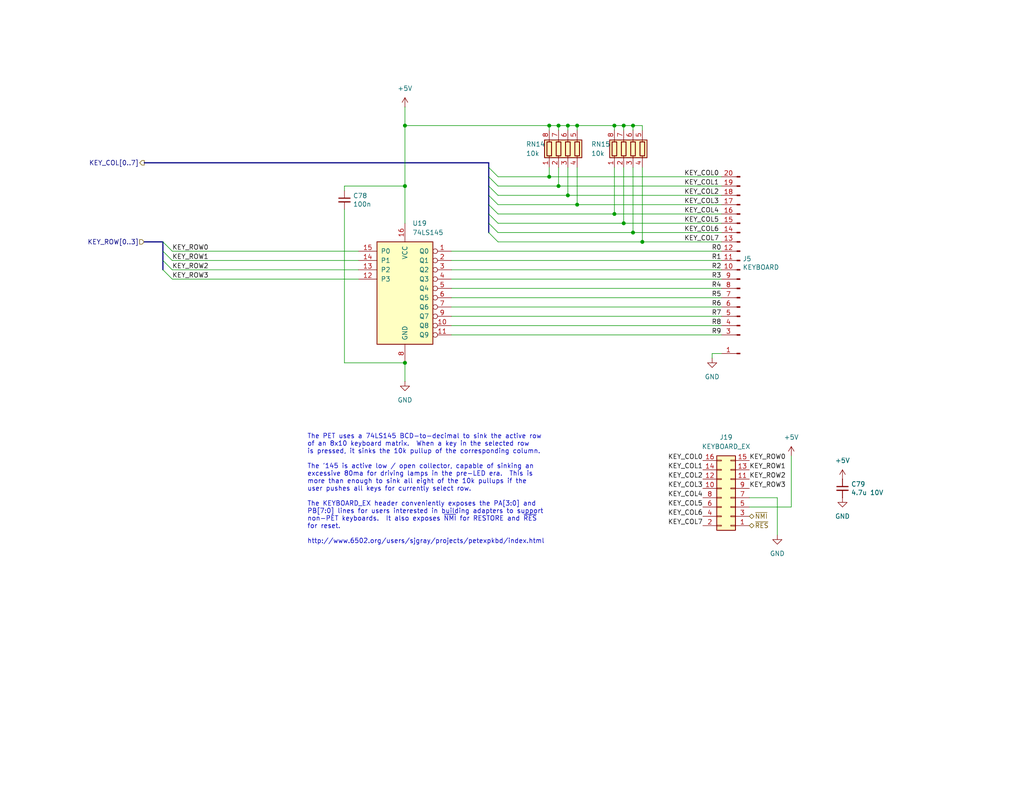
<source format=kicad_sch>
(kicad_sch (version 20231120) (generator "eeschema") (generator_version "8.0")
  (paper "A")
  (title_block (title "EconoPET 40/8096") (date "2023-10-01") (rev "A"))
  (lib_symbols
    (symbol "74xx:74LS145" (pin_names (offset 1.016))
      (property "Reference" "U" (at -7.62 13.97 0))
      (property "Value" "74LS145" (at -7.62 -16.51 0))
      (symbol "74LS145_1_0"
        (pin open_collector inverted (at 12.7 10.16 180) (length 5.08) (name "Q0") (number "1"))
        (pin open_collector inverted (at 12.7 -10.16 180) (length 5.08) (name "Q8") (number "10"))
        (pin open_collector inverted (at 12.7 -12.7 180) (length 5.08) (name "Q9") (number "11"))
        (pin input line (at -12.7 2.54 0) (length 5.08) (name "P3") (number "12"))
        (pin input line (at -12.7 5.08 0) (length 5.08) (name "P2") (number "13"))
        (pin input line (at -12.7 7.62 0) (length 5.08) (name "P1") (number "14"))
        (pin input line (at -12.7 10.16 0) (length 5.08) (name "P0") (number "15"))
        (pin power_in line (at 0 17.78 270) (length 5.08) (name "VCC") (number "16"))
        (pin open_collector inverted (at 12.7 7.62 180) (length 5.08) (name "Q1") (number "2"))
        (pin open_collector inverted (at 12.7 5.08 180) (length 5.08) (name "Q2") (number "3"))
        (pin open_collector inverted (at 12.7 2.54 180) (length 5.08) (name "Q3") (number "4"))
        (pin open_collector inverted (at 12.7 0 180) (length 5.08) (name "Q4") (number "5"))
        (pin open_collector inverted (at 12.7 -2.54 180) (length 5.08) (name "Q5") (number "6"))
        (pin open_collector inverted (at 12.7 -5.08 180) (length 5.08) (name "Q6") (number "7"))
        (pin power_in line (at 0 -20.32 90) (length 5.08) (name "GND") (number "8"))
        (pin open_collector inverted (at 12.7 -7.62 180) (length 5.08) (name "Q7") (number "9"))
      )
      (symbol "74LS145_1_1"
        (rectangle (start -7.62 12.7) (end 7.62 -15.24) (stroke (width 0.254)) (fill (type background)))
      )
    )
    (symbol "Connector_Generic:Conn_02x08_Odd_Even" (pin_names (offset 1.016) hide)
      (property "Reference" "J" (at 1.27 10.16 0))
      (property "Value" "Conn_02x08_Odd_Even" (at 1.27 -12.7 0))
      (symbol "Conn_02x08_Odd_Even_1_1"
        (rectangle (start -1.27 -10.033) (end 0 -10.287) (stroke (width 0.1524)))
        (rectangle (start -1.27 -7.493) (end 0 -7.747) (stroke (width 0.1524)))
        (rectangle (start -1.27 -4.953) (end 0 -5.207) (stroke (width 0.1524)))
        (rectangle (start -1.27 -2.413) (end 0 -2.667) (stroke (width 0.1524)))
        (rectangle (start -1.27 0.127) (end 0 -0.127) (stroke (width 0.1524)))
        (rectangle (start -1.27 2.667) (end 0 2.413) (stroke (width 0.1524)))
        (rectangle (start -1.27 5.207) (end 0 4.953) (stroke (width 0.1524)))
        (rectangle (start -1.27 7.747) (end 0 7.493) (stroke (width 0.1524)))
        (rectangle (start -1.27 8.89) (end 3.81 -11.43) (stroke (width 0.254)) (fill (type background)))
        (rectangle (start 3.81 -10.033) (end 2.54 -10.287) (stroke (width 0.1524)))
        (rectangle (start 3.81 -7.493) (end 2.54 -7.747) (stroke (width 0.1524)))
        (rectangle (start 3.81 -4.953) (end 2.54 -5.207) (stroke (width 0.1524)))
        (rectangle (start 3.81 -2.413) (end 2.54 -2.667) (stroke (width 0.1524)))
        (rectangle (start 3.81 0.127) (end 2.54 -0.127) (stroke (width 0.1524)))
        (rectangle (start 3.81 2.667) (end 2.54 2.413) (stroke (width 0.1524)))
        (rectangle (start 3.81 5.207) (end 2.54 4.953) (stroke (width 0.1524)))
        (rectangle (start 3.81 7.747) (end 2.54 7.493) (stroke (width 0.1524)))
        (pin passive line (at -5.08 7.62 0) (length 3.81) (name "Pin_1") (number "1"))
        (pin passive line (at 7.62 -2.54 180) (length 3.81) (name "Pin_10") (number "10"))
        (pin passive line (at -5.08 -5.08 0) (length 3.81) (name "Pin_11") (number "11"))
        (pin passive line (at 7.62 -5.08 180) (length 3.81) (name "Pin_12") (number "12"))
        (pin passive line (at -5.08 -7.62 0) (length 3.81) (name "Pin_13") (number "13"))
        (pin passive line (at 7.62 -7.62 180) (length 3.81) (name "Pin_14") (number "14"))
        (pin passive line (at -5.08 -10.16 0) (length 3.81) (name "Pin_15") (number "15"))
        (pin passive line (at 7.62 -10.16 180) (length 3.81) (name "Pin_16") (number "16"))
        (pin passive line (at 7.62 7.62 180) (length 3.81) (name "Pin_2") (number "2"))
        (pin passive line (at -5.08 5.08 0) (length 3.81) (name "Pin_3") (number "3"))
        (pin passive line (at 7.62 5.08 180) (length 3.81) (name "Pin_4") (number "4"))
        (pin passive line (at -5.08 2.54 0) (length 3.81) (name "Pin_5") (number "5"))
        (pin passive line (at 7.62 2.54 180) (length 3.81) (name "Pin_6") (number "6"))
        (pin passive line (at -5.08 0 0) (length 3.81) (name "Pin_7") (number "7"))
        (pin passive line (at 7.62 0 180) (length 3.81) (name "Pin_8") (number "8"))
        (pin passive line (at -5.08 -2.54 0) (length 3.81) (name "Pin_9") (number "9"))
      )
    )
    (symbol "Device:C_Small" (pin_numbers hide) (pin_names (offset 0.254) hide)
      (property "Reference" "C" (at 0.254 1.778 0))
      (property "Value" "C_Small" (at 0.254 -2.032 0))
      (symbol "C_Small_0_1"
        (polyline (pts (xy -1.524 -0.508) (xy 1.524 -0.508)) (stroke (width 0.3302)))
        (polyline (pts (xy -1.524 0.508) (xy 1.524 0.508)) (stroke (width 0.3048)))
      )
      (symbol "C_Small_1_1"
        (pin passive line (at 0 2.54 270) (length 2.032) (name "~") (number "1"))
        (pin passive line (at 0 -2.54 90) (length 2.032) (name "~") (number "2"))
      )
    )
    (symbol "Device:R_Pack04" (pin_names (offset 0) hide)
      (property "Reference" "RN" (at -7.62 0 90))
      (property "Value" "R_Pack04" (at 5.08 0 90))
      (symbol "R_Pack04_0_1"
        (rectangle (start -6.35 -2.413) (end 3.81 2.413) (stroke (width 0.254)) (fill (type background)))
        (rectangle (start -5.715 1.905) (end -4.445 -1.905) (stroke (width 0.254)))
        (rectangle (start -3.175 1.905) (end -1.905 -1.905) (stroke (width 0.254)))
        (rectangle (start -0.635 1.905) (end 0.635 -1.905) (stroke (width 0.254)))
        (polyline (pts (xy -5.08 -2.54) (xy -5.08 -1.905)))
        (polyline (pts (xy -5.08 1.905) (xy -5.08 2.54)))
        (polyline (pts (xy -2.54 -2.54) (xy -2.54 -1.905)))
        (polyline (pts (xy -2.54 1.905) (xy -2.54 2.54)))
        (polyline (pts (xy 0 -2.54) (xy 0 -1.905)))
        (polyline (pts (xy 0 1.905) (xy 0 2.54)))
        (polyline (pts (xy 2.54 -2.54) (xy 2.54 -1.905)))
        (polyline (pts (xy 2.54 1.905) (xy 2.54 2.54)))
        (rectangle (start 1.905 1.905) (end 3.175 -1.905) (stroke (width 0.254)))
      )
      (symbol "R_Pack04_1_1"
        (pin passive line (at -5.08 -5.08 90) (length 2.54) (name "R1.1") (number "1"))
        (pin passive line (at -2.54 -5.08 90) (length 2.54) (name "R2.1") (number "2"))
        (pin passive line (at 0 -5.08 90) (length 2.54) (name "R3.1") (number "3"))
        (pin passive line (at 2.54 -5.08 90) (length 2.54) (name "R4.1") (number "4"))
        (pin passive line (at 2.54 5.08 270) (length 2.54) (name "R4.2") (number "5"))
        (pin passive line (at 0 5.08 270) (length 2.54) (name "R3.2") (number "6"))
        (pin passive line (at -2.54 5.08 270) (length 2.54) (name "R2.2") (number "7"))
        (pin passive line (at -5.08 5.08 270) (length 2.54) (name "R1.2") (number "8"))
      )
    )
    (symbol "EconoPET:CBM_PET_Keyboard_Conn_Keyed_20P" (pin_names (offset 1.016) hide)
      (property "Reference" "J" (at -0.7112 -2.9972 0))
      (property "Value" "KEYBOARD" (at -0.7112 -0.6858 0))
      (symbol "CBM_PET_Keyboard_Conn_Keyed_20P_1_1"
        (polyline (pts (xy 1.27 -25.4) (xy 0.8636 -25.4)) (stroke (width 0.1524)))
        (polyline (pts (xy 1.27 -22.86) (xy 0.8636 -22.86)) (stroke (width 0.1524)))
        (polyline (pts (xy 1.27 -20.32) (xy 0.8636 -20.32)) (stroke (width 0.1524)))
        (polyline (pts (xy 1.27 -17.78) (xy 0.8636 -17.78)) (stroke (width 0.1524)))
        (polyline (pts (xy 1.27 -15.24) (xy 0.8636 -15.24)) (stroke (width 0.1524)))
        (polyline (pts (xy 1.27 -12.7) (xy 0.8636 -12.7)) (stroke (width 0.1524)))
        (polyline (pts (xy 1.27 -10.16) (xy 0.8636 -10.16)) (stroke (width 0.1524)))
        (polyline (pts (xy 1.27 -7.62) (xy 0.8636 -7.62)) (stroke (width 0.1524)))
        (polyline (pts (xy 1.27 -5.08) (xy 0.8636 -5.08)) (stroke (width 0.1524)))
        (polyline (pts (xy 1.27 -2.54) (xy 0.8636 -2.54)) (stroke (width 0.1524)))
        (polyline (pts (xy 1.27 0) (xy 0.8636 0)) (stroke (width 0.1524)))
        (polyline (pts (xy 1.27 2.54) (xy 0.8636 2.54)) (stroke (width 0.1524)))
        (polyline (pts (xy 1.27 5.08) (xy 0.8636 5.08)) (stroke (width 0.1524)))
        (polyline (pts (xy 1.27 7.62) (xy 0.8636 7.62)) (stroke (width 0.1524)))
        (polyline (pts (xy 1.27 10.16) (xy 0.8636 10.16)) (stroke (width 0.1524)))
        (polyline (pts (xy 1.27 12.7) (xy 0.8636 12.7)) (stroke (width 0.1524)))
        (polyline (pts (xy 1.27 15.24) (xy 0.8636 15.24)) (stroke (width 0.1524)))
        (polyline (pts (xy 1.27 17.78) (xy 0.8636 17.78)) (stroke (width 0.1524)))
        (polyline (pts (xy 1.27 22.86) (xy 0.8636 22.86)) (stroke (width 0.1524)))
        (rectangle (start 0.8636 -25.273) (end 0 -25.527) (stroke (width 0.1524)) (fill (type outline)))
        (rectangle (start 0.8636 -22.733) (end 0 -22.987) (stroke (width 0.1524)) (fill (type outline)))
        (rectangle (start 0.8636 -20.193) (end 0 -20.447) (stroke (width 0.1524)) (fill (type outline)))
        (rectangle (start 0.8636 -17.653) (end 0 -17.907) (stroke (width 0.1524)) (fill (type outline)))
        (rectangle (start 0.8636 -15.113) (end 0 -15.367) (stroke (width 0.1524)) (fill (type outline)))
        (rectangle (start 0.8636 -12.573) (end 0 -12.827) (stroke (width 0.1524)) (fill (type outline)))
        (rectangle (start 0.8636 -10.033) (end 0 -10.287) (stroke (width 0.1524)) (fill (type outline)))
        (rectangle (start 0.8636 -7.493) (end 0 -7.747) (stroke (width 0.1524)) (fill (type outline)))
        (rectangle (start 0.8636 -4.953) (end 0 -5.207) (stroke (width 0.1524)) (fill (type outline)))
        (rectangle (start 0.8636 -2.413) (end 0 -2.667) (stroke (width 0.1524)) (fill (type outline)))
        (rectangle (start 0.8636 0.127) (end 0 -0.127) (stroke (width 0.1524)) (fill (type outline)))
        (rectangle (start 0.8636 2.667) (end 0 2.413) (stroke (width 0.1524)) (fill (type outline)))
        (rectangle (start 0.8636 5.207) (end 0 4.953) (stroke (width 0.1524)) (fill (type outline)))
        (rectangle (start 0.8636 7.747) (end 0 7.493) (stroke (width 0.1524)) (fill (type outline)))
        (rectangle (start 0.8636 10.287) (end 0 10.033) (stroke (width 0.1524)) (fill (type outline)))
        (rectangle (start 0.8636 12.827) (end 0 12.573) (stroke (width 0.1524)) (fill (type outline)))
        (rectangle (start 0.8636 15.367) (end 0 15.113) (stroke (width 0.1524)) (fill (type outline)))
        (rectangle (start 0.8636 17.907) (end 0 17.653) (stroke (width 0.1524)) (fill (type outline)))
        (rectangle (start 0.8636 22.987) (end 0 22.733) (stroke (width 0.1524)) (fill (type outline)))
        (pin passive line (at 5.08 22.86 180) (length 3.81) (name "Pin_1") (number "1"))
        (pin passive line (at 5.08 0 180) (length 3.81) (name "Pin_10") (number "10"))
        (pin passive line (at 5.08 -2.54 180) (length 3.81) (name "Pin_11") (number "11"))
        (pin passive line (at 5.08 -5.08 180) (length 3.81) (name "Pin_12") (number "12"))
        (pin passive line (at 5.08 -7.62 180) (length 3.81) (name "Pin_13") (number "13"))
        (pin passive line (at 5.08 -10.16 180) (length 3.81) (name "Pin_14") (number "14"))
        (pin passive line (at 5.08 -12.7 180) (length 3.81) (name "Pin_15") (number "15"))
        (pin passive line (at 5.08 -15.24 180) (length 3.81) (name "Pin_16") (number "16"))
        (pin passive line (at 5.08 -17.78 180) (length 3.81) (name "Pin_17") (number "17"))
        (pin passive line (at 5.08 -20.32 180) (length 3.81) (name "Pin_18") (number "18"))
        (pin passive line (at 5.08 -22.86 180) (length 3.81) (name "Pin_19") (number "19"))
        (pin passive line (at 5.08 -25.4 180) (length 3.81) (name "Pin_20") (number "20"))
        (pin passive line (at 5.08 17.78 180) (length 3.81) (name "Pin_3") (number "3"))
        (pin passive line (at 5.08 15.24 180) (length 3.81) (name "Pin_4") (number "4"))
        (pin passive line (at 5.08 12.7 180) (length 3.81) (name "Pin_5") (number "5"))
        (pin passive line (at 5.08 10.16 180) (length 3.81) (name "Pin_6") (number "6"))
        (pin passive line (at 5.08 7.62 180) (length 3.81) (name "Pin_7") (number "7"))
        (pin passive line (at 5.08 5.08 180) (length 3.81) (name "Pin_8") (number "8"))
        (pin passive line (at 5.08 2.54 180) (length 3.81) (name "Pin_9") (number "9"))
      )
    )
    (symbol "power:+5V" (power) (pin_numbers hide) (pin_names (offset 0) hide)
      (property "Value" "+5V" (at 0 3.556 0))
      (symbol "+5V_0_1"
        (polyline (pts (xy -0.762 1.27) (xy 0 2.54)))
        (polyline (pts (xy 0 0) (xy 0 2.54)))
        (polyline (pts (xy 0 2.54) (xy 0.762 1.27)))
      )
      (symbol "+5V_1_1"
        (pin power_in line (at 0 0 90) (length 0) (name "~") (number "1"))
      )
    )
    (symbol "power:GND" (power) (pin_numbers hide) (pin_names (offset 0) hide)
      (property "Value" "GND" (at 0 -3.81 0))
      (symbol "GND_0_1"
        (polyline (pts (xy 0 0) (xy 0 -1.27) (xy 1.27 -1.27) (xy 0 -2.54) (xy -1.27 -1.27) (xy 0 -1.27)))
      )
      (symbol "GND_1_1"
        (pin power_in line (at 0 0 270) (length 0) (name "~") (number "1"))
      )
    )
  )
  (junction (at 157.48 34.29))
  (junction (at 149.86 34.29))
  (junction (at 110.49 99.06))
  (junction (at 110.49 50.8))
  (junction (at 167.64 34.29))
  (junction (at 152.4 34.29))
  (junction (at 172.72 34.29))
  (junction (at 110.49 34.29))
  (junction (at 170.18 60.96))
  (junction (at 154.94 34.29))
  (junction (at 175.26 66.04))
  (junction (at 157.48 55.88))
  (junction (at 154.94 53.34))
  (junction (at 152.4 50.8))
  (junction (at 149.86 48.26))
  (junction (at 167.64 58.42))
  (junction (at 170.18 34.29))
  (junction (at 172.72 63.5))
  (bus_entry (at 133.35 55.88) (size 2.54 2.54))
  (bus_entry (at 133.35 63.5) (size 2.54 2.54))
  (bus_entry (at 133.35 48.26) (size 2.54 2.54))
  (bus_entry (at 133.35 60.96) (size 2.54 2.54))
  (bus_entry (at 44.45 71.12) (size 2.54 2.54))
  (bus_entry (at 44.45 73.66) (size 2.54 2.54))
  (bus_entry (at 133.35 58.42) (size 2.54 2.54))
  (bus_entry (at 133.35 53.34) (size 2.54 2.54))
  (bus_entry (at 44.45 68.58) (size 2.54 2.54))
  (bus_entry (at 44.45 66.04) (size 2.54 2.54))
  (bus_entry (at 133.35 50.8) (size 2.54 2.54))
  (bus_entry (at 133.35 45.72) (size 2.54 2.54))
  (wire (pts (xy 46.99 71.12) (xy 97.79 71.12)))
  (bus (pts (xy 133.35 58.42) (xy 133.35 60.96)))
  (wire (pts (xy 167.64 34.29) (xy 170.18 34.29)))
  (wire (pts (xy 204.47 135.89) (xy 212.09 135.89)))
  (wire (pts (xy 196.85 96.52) (xy 194.31 96.52)))
  (wire (pts (xy 135.89 58.42) (xy 167.64 58.42)))
  (wire (pts (xy 154.94 34.29) (xy 157.48 34.29)))
  (wire (pts (xy 93.98 50.8) (xy 110.49 50.8)))
  (wire (pts (xy 152.4 34.29) (xy 152.4 35.56)))
  (wire (pts (xy 46.99 76.2) (xy 97.79 76.2)))
  (bus (pts (xy 133.35 60.96) (xy 133.35 63.5)))
  (bus (pts (xy 44.45 71.12) (xy 44.45 73.66)))
  (bus (pts (xy 44.45 66.04) (xy 44.45 68.58)))
  (wire (pts (xy 152.4 45.72) (xy 152.4 50.8)))
  (wire (pts (xy 152.4 34.29) (xy 154.94 34.29)))
  (wire (pts (xy 194.31 96.52) (xy 194.31 97.79)))
  (bus (pts (xy 39.37 44.45) (xy 133.35 44.45)))
  (wire (pts (xy 154.94 45.72) (xy 154.94 53.34)))
  (wire (pts (xy 152.4 50.8) (xy 196.85 50.8)))
  (wire (pts (xy 175.26 34.29) (xy 175.26 35.56)))
  (wire (pts (xy 172.72 34.29) (xy 175.26 34.29)))
  (wire (pts (xy 110.49 29.21) (xy 110.49 34.29)))
  (wire (pts (xy 110.49 34.29) (xy 149.86 34.29)))
  (wire (pts (xy 123.19 68.58) (xy 196.85 68.58)))
  (wire (pts (xy 172.72 45.72) (xy 172.72 63.5)))
  (wire (pts (xy 123.19 88.9) (xy 196.85 88.9)))
  (bus (pts (xy 133.35 53.34) (xy 133.35 55.88)))
  (wire (pts (xy 175.26 45.72) (xy 175.26 66.04)))
  (wire (pts (xy 46.99 73.66) (xy 97.79 73.66)))
  (wire (pts (xy 135.89 60.96) (xy 170.18 60.96)))
  (wire (pts (xy 135.89 63.5) (xy 172.72 63.5)))
  (wire (pts (xy 167.64 58.42) (xy 196.85 58.42)))
  (wire (pts (xy 154.94 34.29) (xy 154.94 35.56)))
  (wire (pts (xy 170.18 45.72) (xy 170.18 60.96)))
  (wire (pts (xy 172.72 34.29) (xy 172.72 35.56)))
  (wire (pts (xy 215.9 124.46) (xy 215.9 138.43)))
  (wire (pts (xy 170.18 60.96) (xy 196.85 60.96)))
  (wire (pts (xy 123.19 76.2) (xy 196.85 76.2)))
  (wire (pts (xy 123.19 78.74) (xy 196.85 78.74)))
  (wire (pts (xy 154.94 53.34) (xy 196.85 53.34)))
  (wire (pts (xy 149.86 45.72) (xy 149.86 48.26)))
  (wire (pts (xy 135.89 53.34) (xy 154.94 53.34)))
  (wire (pts (xy 123.19 83.82) (xy 196.85 83.82)))
  (wire (pts (xy 135.89 48.26) (xy 149.86 48.26)))
  (wire (pts (xy 172.72 63.5) (xy 196.85 63.5)))
  (bus (pts (xy 133.35 48.26) (xy 133.35 50.8)))
  (wire (pts (xy 149.86 34.29) (xy 152.4 34.29)))
  (bus (pts (xy 44.45 66.04) (xy 39.37 66.04)))
  (wire (pts (xy 46.99 68.58) (xy 97.79 68.58)))
  (wire (pts (xy 157.48 34.29) (xy 157.48 35.56)))
  (wire (pts (xy 135.89 66.04) (xy 175.26 66.04)))
  (wire (pts (xy 212.09 135.89) (xy 212.09 146.05)))
  (wire (pts (xy 170.18 34.29) (xy 172.72 34.29)))
  (wire (pts (xy 110.49 50.8) (xy 110.49 60.96)))
  (wire (pts (xy 93.98 99.06) (xy 110.49 99.06)))
  (wire (pts (xy 123.19 73.66) (xy 196.85 73.66)))
  (wire (pts (xy 204.47 138.43) (xy 215.9 138.43)))
  (wire (pts (xy 167.64 45.72) (xy 167.64 58.42)))
  (wire (pts (xy 175.26 66.04) (xy 196.85 66.04)))
  (wire (pts (xy 157.48 55.88) (xy 196.85 55.88)))
  (wire (pts (xy 123.19 91.44) (xy 196.85 91.44)))
  (wire (pts (xy 157.48 45.72) (xy 157.48 55.88)))
  (wire (pts (xy 123.19 81.28) (xy 196.85 81.28)))
  (wire (pts (xy 93.98 52.07) (xy 93.98 50.8)))
  (wire (pts (xy 149.86 48.26) (xy 196.85 48.26)))
  (wire (pts (xy 110.49 99.06) (xy 110.49 104.14)))
  (wire (pts (xy 123.19 71.12) (xy 196.85 71.12)))
  (wire (pts (xy 167.64 34.29) (xy 167.64 35.56)))
  (wire (pts (xy 149.86 35.56) (xy 149.86 34.29)))
  (bus (pts (xy 133.35 44.45) (xy 133.35 45.72)))
  (wire (pts (xy 157.48 34.29) (xy 167.64 34.29)))
  (bus (pts (xy 44.45 68.58) (xy 44.45 71.12)))
  (bus (pts (xy 133.35 45.72) (xy 133.35 48.26)))
  (wire (pts (xy 110.49 34.29) (xy 110.49 50.8)))
  (wire (pts (xy 135.89 50.8) (xy 152.4 50.8)))
  (wire (pts (xy 123.19 86.36) (xy 196.85 86.36)))
  (bus (pts (xy 133.35 55.88) (xy 133.35 58.42)))
  (wire (pts (xy 93.98 57.15) (xy 93.98 99.06)))
  (wire (pts (xy 135.89 55.88) (xy 157.48 55.88)))
  (bus (pts (xy 133.35 50.8) (xy 133.35 53.34)))
  (wire (pts (xy 170.18 34.29) (xy 170.18 35.56)))
  (text "The PET uses a 74LS145 BCD-to-decimal to sink the active row\nof an 8x10 keyboard matrix.  When a key in the selected row\nis pressed, it sinks the 10k pullup of the corresponding column.\n\nThe '145 is active low / open collector, capable of sinking an\nexcessive 80ma for driving lamps in the pre-LED era.  This is\nmore than enough to sink all eight of the 10k pullups if the\nuser pushes all keys for currently select row.\n\nThe KEYBOARD_EX header conveniently exposes the PA[3:0] and\nPB[7:0] lines for users interested in building adapters to support\nnon-PET keyboards.  It also exposes ~{NMI} for RESTORE and ~{RES}\nfor reset.\n\nhttp://www.6502.org/users/sjgray/projects/petexpkbd/index.html\n" (at 83.82 148.59 0) (effects (font (size 1.27 1.27)) (justify left bottom)))
  (label "KEY_COL6" (at 186.69 63.5 0))
  (label "KEY_COL1" (at 191.77 128.27 180))
  (label "KEY_ROW0" (at 46.99 68.58 0))
  (label "R5" (at 196.85 81.28 180))
  (label "KEY_COL2" (at 191.77 130.81 180))
  (label "KEY_COL5" (at 186.69 60.96 0))
  (label "KEY_COL7" (at 186.69 66.04 0))
  (label "KEY_ROW0" (at 204.47 125.73 0))
  (label "R3" (at 196.85 76.2 180))
  (label "KEY_ROW2" (at 46.99 73.66 0))
  (label "R9" (at 196.85 91.44 180))
  (label "KEY_COL1" (at 186.69 50.8 0))
  (label "R2" (at 196.85 73.66 180))
  (label "R6" (at 196.85 83.82 180))
  (label "KEY_COL2" (at 186.69 53.34 0))
  (label "KEY_COL4" (at 191.77 135.89 180))
  (label "R7" (at 196.85 86.36 180))
  (label "R0" (at 196.85 68.58 180))
  (label "KEY_COL5" (at 191.77 138.43 180))
  (label "KEY_COL6" (at 191.77 140.97 180))
  (label "KEY_ROW3" (at 204.47 133.35 0))
  (label "KEY_COL3" (at 191.77 133.35 180))
  (label "KEY_COL3" (at 186.69 55.88 0))
  (label "KEY_COL4" (at 186.69 58.42 0))
  (label "R4" (at 196.85 78.74 180))
  (label "KEY_COL0" (at 186.69 48.26 0))
  (label "KEY_COL7" (at 191.77 143.51 180))
  (label "KEY_ROW1" (at 204.47 128.27 0))
  (label "KEY_ROW3" (at 46.99 76.2 0))
  (label "KEY_COL0" (at 191.77 125.73 180))
  (label "R8" (at 196.85 88.9 180))
  (label "R1" (at 196.85 71.12 180))
  (label "KEY_ROW1" (at 46.99 71.12 0))
  (label "KEY_ROW2" (at 204.47 130.81 0))
  (hierarchical_label "~{RES}" (shape bidirectional) (at 204.47 143.51 0))
  (hierarchical_label "KEY_COL[0..7]" (shape output) (at 39.37 44.45 180))
  (hierarchical_label "KEY_ROW[0..3]" (shape input) (at 39.37 66.04 180))
  (hierarchical_label "~{NMI}" (shape bidirectional) (at 204.47 140.97 0))
  (symbol (lib_id "EconoPET:CBM_PET_Keyboard_Conn_Keyed_20P") (at 201.93 73.66 180) (unit 1)
    (property "Reference" "J5" (at 202.6412 70.6628 0) (effects (justify right)))
    (property "Value" "KEYBOARD" (at 202.6412 72.9742 0) (effects (justify right)))
    (property "Footprint" "Retrocomputing:CBM_PET_KEYBOARD_KEYED_20P" (effects (hide yes)))
    (property "MOUSER" "649-1012937893603BLF" (effects (hide yes)))
  )
  (symbol (lib_id "Device:C_Small") (at 93.98 54.61 0) (unit 1)
    (property "Reference" "C78" (at 96.3168 53.4416 0) (effects (justify left)))
    (property "Value" "100n" (at 96.3168 55.753 0) (effects (justify left)))
    (property "Footprint" "Capacitor_SMD:C_0402_1005Metric" (effects (hide yes)))
    (property "Datasheet" "https://datasheet.lcsc.com/lcsc/2304140030_Samsung-Electro-Mechanics-CL05B104KB54PNC_C307331.pdf" (effects (hide yes)))
    (property "LCSC" "C307331" (effects (hide yes)))
  )
  (symbol (lib_id "power:+5V") (at 215.9 124.46 0) (unit 1)
    (property "Reference" "#PWR0139" (effects (hide yes)))
    (property "Value" "+5V" (at 215.9 119.38 0))
    (property "Description" "Power symbol creates a global label with name \"+5V\"" (effects (hide yes)))
  )
  (symbol (lib_id "power:GND") (at 110.49 104.14 0) (unit 1)
    (property "Reference" "#PWR0136" (effects (hide yes)))
    (property "Value" "GND" (at 110.49 109.22 0))
    (property "Description" "Power symbol creates a global label with name \"GND\" , ground" (effects (hide yes)))
  )
  (symbol (lib_id "74xx:74LS145") (at 110.49 78.74 0) (unit 1)
    (property "Reference" "U19" (at 112.5094 60.96 0) (effects (justify left)))
    (property "Value" "74LS145" (at 112.5094 63.5 0) (effects (justify left)))
    (property "Footprint" "Package_SO:SOIC-16_3.9x9.9mm_P1.27mm" (effects (hide yes)))
    (property "Datasheet" "https://datasheet.lcsc.com/lcsc/1809051911_Texas-Instruments-SN74LS145DR_C60829.pdf" (effects (hide yes)))
    (property "LCSC" "C60829" (effects (hide yes)))
  )
  (symbol (lib_id "Connector_Generic:Conn_02x08_Odd_Even") (at 199.39 135.89 180) (unit 1)
    (property "Reference" "J19" (at 198.12 119.38 0))
    (property "Value" "KEYBOARD_EX" (at 198.12 121.92 0))
    (property "Footprint" "Connector_PinHeader_2.54mm:PinHeader_2x08_P2.54mm_Vertical" (effects (hide yes)))
    (property "MOUSER" "649-1012938195002BLF" (effects (hide yes)))
  )
  (symbol (lib_id "power:+5V") (at 229.87 130.81 0) (unit 1)
    (property "Reference" "#PWR0140" (effects (hide yes)))
    (property "Value" "+5V" (at 229.87 125.73 0))
    (property "Description" "Power symbol creates a global label with name \"+5V\"" (effects (hide yes)))
  )
  (symbol (lib_id "power:GND") (at 194.31 97.79 0) (unit 1)
    (property "Reference" "#PWR0137" (effects (hide yes)))
    (property "Value" "GND" (at 194.31 102.87 0))
    (property "Description" "Power symbol creates a global label with name \"GND\" , ground" (effects (hide yes)))
  )
  (symbol (lib_id "Device:C_Small") (at 229.87 133.35 0) (unit 1)
    (property "Reference" "C79" (at 232.2068 132.1816 0) (effects (justify left)))
    (property "Value" "4.7u 10V" (at 232.2068 134.493 0) (effects (justify left)))
    (property "Footprint" "Capacitor_SMD:C_0402_1005Metric" (effects (hide yes)))
    (property "Datasheet" "https://product.samsungsem.com/mlcc/CL05A475MP5NRN.do" (effects (hide yes)))
    (property "LCSC" "C23733" (effects (hide yes)))
  )
  (symbol (lib_id "power:GND") (at 212.09 146.05 0) (unit 1)
    (property "Reference" "#PWR0138" (effects (hide yes)))
    (property "Value" "GND" (at 212.09 151.13 0))
    (property "Description" "Power symbol creates a global label with name \"GND\" , ground" (effects (hide yes)))
  )
  (symbol (lib_id "power:+5V") (at 110.49 29.21 0) (unit 1)
    (property "Reference" "#PWR0135" (effects (hide yes)))
    (property "Value" "+5V" (at 110.49 24.13 0))
    (property "Description" "Power symbol creates a global label with name \"+5V\"" (effects (hide yes)))
  )
  (symbol (lib_id "power:GND") (at 229.87 135.89 0) (unit 1)
    (property "Reference" "#PWR0141" (effects (hide yes)))
    (property "Value" "GND" (at 229.87 140.97 0))
    (property "Description" "Power symbol creates a global label with name \"GND\" , ground" (effects (hide yes)))
  )
  (symbol (lib_id "Device:R_Pack04") (at 154.94 40.64 0) (unit 1)
    (property "Reference" "RN14" (at 143.51 39.37 0) (effects (justify left)))
    (property "Value" "10k" (at 143.51 41.91 0) (effects (justify left)))
    (property "Footprint" "Resistor_SMD:R_Array_Convex_4x0603" (effects (hide yes)))
    (property "Datasheet" "https://datasheet.lcsc.com/lcsc/2304140030_UNI-ROYAL-Uniroyal-Elec-4D03WGJ0103T5E_C29718.pdf" (effects (hide yes)))
    (property "Description" "4 resistor network, parallel topology" (effects (hide yes)))
    (property "LCSC" "C29718" (effects (hide yes)))
  )
  (symbol (lib_id "Device:R_Pack04") (at 172.72 40.64 0) (unit 1)
    (property "Reference" "RN15" (at 161.29 39.37 0) (effects (justify left)))
    (property "Value" "10k" (at 161.29 41.91 0) (effects (justify left)))
    (property "Footprint" "Resistor_SMD:R_Array_Convex_4x0603" (effects (hide yes)))
    (property "Datasheet" "https://datasheet.lcsc.com/lcsc/2304140030_UNI-ROYAL-Uniroyal-Elec-4D03WGJ0103T5E_C29718.pdf" (effects (hide yes)))
    (property "Description" "4 resistor network, parallel topology" (effects (hide yes)))
    (property "LCSC" "C29718" (effects (hide yes)))
  )
)
</source>
